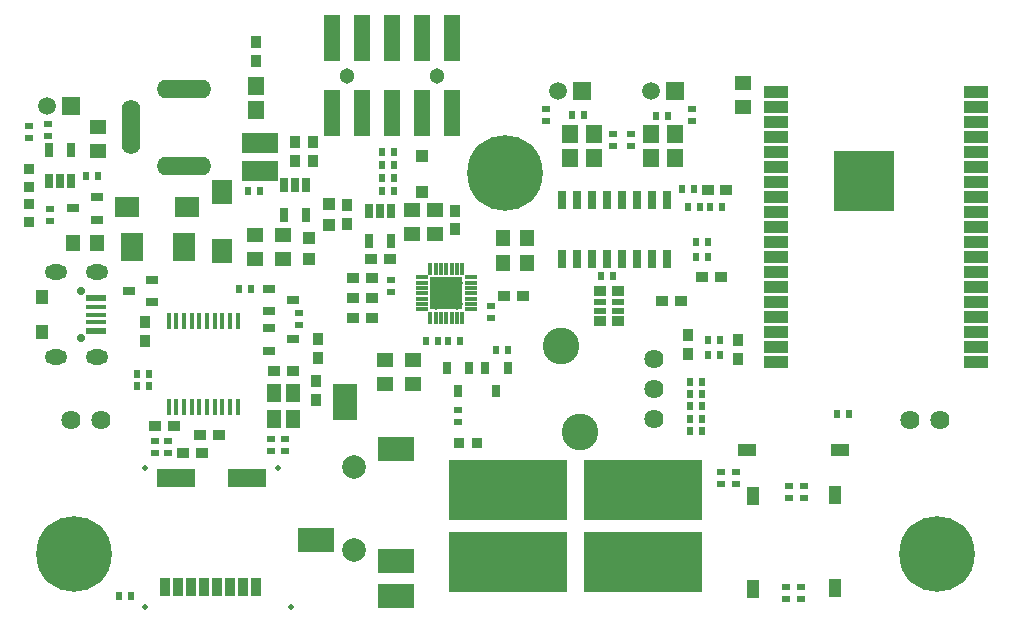
<source format=gbr>
G04 #@! TF.GenerationSoftware,KiCad,Pcbnew,6.0.0-unknown-3514473~86~ubuntu18.04.1*
G04 #@! TF.CreationDate,2019-07-31T16:13:07+03:00*
G04 #@! TF.ProjectId,ESP32-ADF_Rev_C,45535033-322d-4414-9446-5f5265765f43,rev?*
G04 #@! TF.SameCoordinates,Original*
G04 #@! TF.FileFunction,Soldermask,Top*
G04 #@! TF.FilePolarity,Negative*
%FSLAX46Y46*%
G04 Gerber Fmt 4.6, Leading zero omitted, Abs format (unit mm)*
G04 Created by KiCad (PCBNEW 6.0.0-unknown-3514473~86~ubuntu18.04.1) date 2019-07-31 16:13:07*
%MOMM*%
%LPD*%
G04 APERTURE LIST*
%ADD10R,0.901600X1.001600*%
%ADD11R,3.201600X1.601600*%
%ADD12C,0.501600*%
%ADD13R,0.901600X1.601600*%
%ADD14R,0.651600X0.601600*%
%ADD15R,0.601600X0.651600*%
%ADD16R,1.001600X0.901600*%
%ADD17R,1.371600X1.151600*%
%ADD18R,1.151600X1.371600*%
%ADD19R,0.801600X1.001600*%
%ADD20R,1.001600X0.801600*%
%ADD21R,1.301600X1.501600*%
%ADD22R,1.051600X1.051600*%
%ADD23R,0.771600X1.551600*%
%ADD24R,1.117600X1.117600*%
%ADD25R,1.371600X3.911600*%
%ADD26C,1.301600*%
%ADD27O,1.601600X4.601600*%
%ADD28O,4.601600X1.601600*%
%ADD29R,2.101600X1.001600*%
%ADD30R,5.101600X5.101600*%
%ADD31C,2.101600*%
%ADD32R,1.625600X1.117600*%
%ADD33C,3.101600*%
%ADD34C,1.625600*%
%ADD35R,1.501600X1.501600*%
%ADD36C,1.501600*%
%ADD37C,6.401600*%
%ADD38R,1.117600X1.625600*%
%ADD39R,1.371600X1.625600*%
%ADD40R,0.651600X1.301600*%
%ADD41C,2.001600*%
%ADD42R,3.101600X2.101600*%
%ADD43R,2.101600X3.101600*%
%ADD44R,0.901600X0.901600*%
%ADD45R,1.879600X2.387600*%
%ADD46R,2.101600X1.801600*%
%ADD47R,1.801600X2.101600*%
%ADD48R,3.101600X1.701600*%
%ADD49R,0.426600X1.371600*%
%ADD50R,1.001600X0.301600*%
%ADD51R,0.301600X1.001600*%
%ADD52C,1.701600*%
%ADD53C,0.991600*%
%ADD54R,2.801600X2.801600*%
%ADD55R,1.751600X0.601600*%
%ADD56R,1.751600X0.426600*%
%ADD57C,0.701600*%
%ADD58R,1.101600X1.201600*%
%ADD59O,1.901600X1.301600*%
%ADD60R,10.101600X5.101600*%
%ADD61R,1.117600X0.609600*%
%ADD62R,1.117600X0.863600*%
G04 APERTURE END LIST*
D10*
X92250260Y-50894080D03*
X92250260Y-52494080D03*
D11*
X74650000Y-73500000D03*
X68590000Y-73500000D03*
D12*
X65960000Y-84470000D03*
X65960000Y-72670000D03*
X77230000Y-72670000D03*
X78320000Y-84470000D03*
D13*
X67650000Y-82750000D03*
X68750000Y-82750000D03*
X69850000Y-82750000D03*
X70950000Y-82750000D03*
X72050000Y-82750000D03*
X73150000Y-82750000D03*
X74250000Y-82750000D03*
X75350000Y-82750000D03*
D14*
X76650000Y-71208000D03*
X76650000Y-70192000D03*
D15*
X64808000Y-83500000D03*
X63792000Y-83500000D03*
D14*
X77850000Y-71208000D03*
X77850000Y-70192000D03*
D10*
X80650000Y-63400000D03*
X80650000Y-61800000D03*
X75400000Y-38200000D03*
X75400000Y-36600000D03*
X80233520Y-46654620D03*
X80233520Y-45054620D03*
X78709520Y-46667320D03*
X78709520Y-45067320D03*
X83100000Y-52000000D03*
X83100000Y-50400000D03*
D16*
X85100000Y-55000000D03*
X86700000Y-55000000D03*
X83600000Y-60006500D03*
X85200000Y-60006500D03*
X83600000Y-58306500D03*
X85200000Y-58306500D03*
X97995640Y-58150760D03*
X96395640Y-58150760D03*
X83591500Y-56562500D03*
X85191500Y-56562500D03*
D10*
X111993680Y-61468100D03*
X111993680Y-63068100D03*
D16*
X68450000Y-69150000D03*
X66850000Y-69150000D03*
X78500000Y-64450000D03*
X76900000Y-64450000D03*
D10*
X80450000Y-65350000D03*
X80450000Y-66950000D03*
D16*
X72250000Y-69900000D03*
X70650000Y-69900000D03*
D10*
X65976500Y-60350500D03*
X65976500Y-61950500D03*
X116200000Y-63461000D03*
X116200000Y-61861000D03*
D16*
X70800000Y-71400000D03*
X69200000Y-71400000D03*
X114730000Y-56496000D03*
X113130000Y-56496000D03*
X115211760Y-49110900D03*
X113611760Y-49110900D03*
X111353500Y-58547000D03*
X109753500Y-58547000D03*
D17*
X116583460Y-40083740D03*
X116583460Y-42115740D03*
D18*
X59884000Y-53600000D03*
X61916000Y-53600000D03*
D17*
X62000000Y-43784000D03*
X62000000Y-45816000D03*
X75300000Y-55016000D03*
X75300000Y-52984000D03*
X77700000Y-55016000D03*
X77700000Y-52984000D03*
X88623140Y-50807620D03*
X88623140Y-52839620D03*
X90563700Y-50825400D03*
X90563700Y-52857400D03*
X88700000Y-63584000D03*
X88700000Y-65616000D03*
X86300000Y-63584000D03*
X86300000Y-65616000D03*
D18*
X96277000Y-55353000D03*
X98309000Y-55353000D03*
X96277000Y-53250000D03*
X98309000Y-53250000D03*
D19*
X96677520Y-64204340D03*
X94777520Y-64204340D03*
X95727520Y-66204340D03*
D20*
X61900000Y-51650000D03*
X61900000Y-49750000D03*
X59900000Y-50700000D03*
X66600000Y-58650000D03*
X66600000Y-56750000D03*
X64600000Y-57700000D03*
D19*
X93421240Y-64204340D03*
X91521240Y-64204340D03*
X92471240Y-66204340D03*
D20*
X76500000Y-60850000D03*
X76500000Y-62750000D03*
X78500000Y-61800000D03*
X76507440Y-57499960D03*
X76507440Y-59399960D03*
X78507440Y-58449960D03*
D15*
X113835180Y-50586640D03*
X114851180Y-50586640D03*
X111996220Y-50599340D03*
X113012220Y-50599340D03*
D21*
X78500000Y-66300000D03*
X76900000Y-68500000D03*
X78500000Y-68500000D03*
X76900000Y-66300000D03*
D22*
X89451180Y-49347720D03*
X89451180Y-46247720D03*
D23*
X101325680Y-50001400D03*
X102595680Y-50001400D03*
X103865680Y-50001400D03*
X105135680Y-50001400D03*
X106405680Y-50001400D03*
X107675680Y-50001400D03*
X108945680Y-50001400D03*
X110215680Y-50001400D03*
X110215680Y-54951400D03*
X108945680Y-54951400D03*
X107675680Y-54951400D03*
X106405680Y-54951400D03*
X105135680Y-54951400D03*
X103865680Y-54951400D03*
X102595680Y-54951400D03*
X101325680Y-54951400D03*
D24*
X81600000Y-50322000D03*
X81600000Y-52100000D03*
X79900000Y-54989000D03*
X79900000Y-53211000D03*
D25*
X91986100Y-36283900D03*
X91986100Y-42633900D03*
X89446100Y-36283900D03*
X89446100Y-42633900D03*
X86906100Y-36283900D03*
X86906100Y-42633900D03*
X84366100Y-36283900D03*
X84366100Y-42633900D03*
X81826100Y-36283900D03*
X81826100Y-42633900D03*
D26*
X83096100Y-39458900D03*
X90716100Y-39458900D03*
D27*
X64800000Y-43800000D03*
D28*
X69250000Y-40600000D03*
X69250000Y-47100000D03*
D14*
X112306100Y-43329860D03*
X112306100Y-42313860D03*
X107091480Y-44378880D03*
X107091480Y-45394880D03*
D15*
X112672000Y-53530500D03*
X113688000Y-53530500D03*
D14*
X105610660Y-45405040D03*
X105610660Y-44389040D03*
X99966780Y-42291000D03*
X99966780Y-43307000D03*
X120500000Y-75258000D03*
X120500000Y-74242000D03*
X116000000Y-74008000D03*
X116000000Y-72992000D03*
D15*
X110236000Y-42926000D03*
X109220000Y-42926000D03*
X103124000Y-42799000D03*
X102108000Y-42799000D03*
X112167000Y-69575000D03*
X113183000Y-69575000D03*
X90754200Y-61958220D03*
X89738200Y-61958220D03*
X92659460Y-61954380D03*
X91643460Y-61954380D03*
D14*
X56200000Y-43727000D03*
X56200000Y-44743000D03*
X95300000Y-60008000D03*
X95300000Y-58992000D03*
D15*
X96680020Y-62669420D03*
X95664020Y-62669420D03*
D14*
X57800000Y-43592000D03*
X57800000Y-44608000D03*
X121500000Y-83758000D03*
X121500000Y-82742000D03*
X57900000Y-50792000D03*
X57900000Y-51808000D03*
X86800000Y-57808000D03*
X86800000Y-56792000D03*
D15*
X62008000Y-48000000D03*
X60992000Y-48000000D03*
X87044220Y-45954000D03*
X86028220Y-45954000D03*
X87040720Y-47037500D03*
X86024720Y-47037500D03*
X87040720Y-49196500D03*
X86024720Y-49196500D03*
X87044220Y-48117000D03*
X86028220Y-48117000D03*
X125547120Y-68099940D03*
X124531120Y-68099940D03*
X104592000Y-56450000D03*
X105608000Y-56450000D03*
X113692000Y-63150000D03*
X114708000Y-63150000D03*
D14*
X66850000Y-70392000D03*
X66850000Y-71408000D03*
D15*
X114708000Y-61850000D03*
X113692000Y-61850000D03*
D14*
X67950000Y-71408000D03*
X67950000Y-70392000D03*
D15*
X75758000Y-49250000D03*
X74742000Y-49250000D03*
X113676000Y-54845000D03*
X112660000Y-54845000D03*
X112438180Y-49088040D03*
X111422180Y-49088040D03*
D14*
X120250000Y-83758000D03*
X120250000Y-82742000D03*
D15*
X113179500Y-66413500D03*
X112163500Y-66413500D03*
X65283080Y-65714880D03*
X66299080Y-65714880D03*
X113179500Y-65413500D03*
X112163500Y-65413500D03*
X113179500Y-68513500D03*
X112163500Y-68513500D03*
X113179500Y-67413500D03*
X112163500Y-67413500D03*
X65303400Y-64701420D03*
X66319400Y-64701420D03*
D14*
X78986380Y-60563760D03*
X78986380Y-59547760D03*
D15*
X74942700Y-57513220D03*
X73926700Y-57513220D03*
D14*
X92489020Y-67800220D03*
X92489020Y-68816220D03*
X114750000Y-74008000D03*
X114750000Y-72992000D03*
X121750000Y-75250000D03*
X121750000Y-74234000D03*
D29*
X136368680Y-62444200D03*
X136368680Y-61174200D03*
X136368680Y-59904200D03*
X136368680Y-58634200D03*
X136368680Y-63714200D03*
X119368680Y-63714200D03*
X119368680Y-58634200D03*
X119368680Y-59904200D03*
X119368680Y-61174200D03*
X119368680Y-62444200D03*
X119368680Y-40854200D03*
X119368680Y-42124200D03*
X119368680Y-43394200D03*
X119368680Y-44664200D03*
X119368680Y-45934200D03*
X119368680Y-47204200D03*
X119368680Y-48474200D03*
X119368680Y-49744200D03*
X119368680Y-51014200D03*
X119368680Y-52284200D03*
X119368680Y-53554200D03*
X119368680Y-54824200D03*
X119368680Y-56094200D03*
X119368680Y-57364200D03*
X136368680Y-57364200D03*
X136368680Y-56094200D03*
X136368680Y-54824200D03*
X136368680Y-53554200D03*
X136368680Y-52284200D03*
X136368680Y-51014200D03*
X136368680Y-49744200D03*
X136368680Y-48474200D03*
X136368680Y-47204200D03*
X136368680Y-45934200D03*
X136368680Y-44664200D03*
X136368680Y-43394200D03*
X136368680Y-42124200D03*
X136368680Y-40854200D03*
D30*
X126868680Y-48364200D03*
D31*
X126868680Y-48364200D03*
D32*
X116963000Y-71199000D03*
X124837000Y-71199000D03*
D33*
X101180000Y-62350000D03*
X102780000Y-69650000D03*
D34*
X109080000Y-63460000D03*
X109080000Y-66000000D03*
X109080000Y-68540000D03*
X133270000Y-68595000D03*
X130730000Y-68595000D03*
X62270000Y-68595000D03*
X59730000Y-68595000D03*
D35*
X59682380Y-42014140D03*
D36*
X57670700Y-42016680D03*
D35*
X110825380Y-40798140D03*
D36*
X108813700Y-40800680D03*
D35*
X102951380Y-40798140D03*
D36*
X100939700Y-40800680D03*
D26*
X96500000Y-45337000D03*
X96500000Y-50163000D03*
X94849000Y-49401000D03*
X94722000Y-46099000D03*
X98151000Y-49401000D03*
X98151000Y-46099000D03*
X94087000Y-47750000D03*
X98913000Y-47750000D03*
D37*
X96500000Y-47750000D03*
D38*
X124405025Y-82876340D03*
X124405025Y-75002340D03*
X117500000Y-82891000D03*
X117500000Y-75017000D03*
D39*
X110833000Y-44377000D03*
X110833000Y-46409000D03*
X108801000Y-44377000D03*
X108801000Y-46409000D03*
X103959000Y-44377000D03*
X103959000Y-46409000D03*
X101927000Y-44377000D03*
X101927000Y-46409000D03*
X75400000Y-42400000D03*
X75400000Y-40368000D03*
D40*
X86850000Y-50900000D03*
X85900000Y-50900000D03*
X84950000Y-50900000D03*
X86850000Y-53500000D03*
X84950000Y-53500000D03*
X79650000Y-48700000D03*
X78700000Y-48700000D03*
X77750000Y-48700000D03*
X79650000Y-51300000D03*
X77750000Y-51300000D03*
X57850000Y-48400000D03*
X58800000Y-48400000D03*
X59750000Y-48400000D03*
X57850000Y-45800000D03*
X59750000Y-45800000D03*
D41*
X83700000Y-72600000D03*
X83700000Y-79600000D03*
D42*
X87200000Y-80600000D03*
D43*
X82900000Y-67100000D03*
D42*
X80500000Y-78800000D03*
X87200000Y-71100000D03*
X87200000Y-83500000D03*
D44*
X56200000Y-51862000D03*
X56200000Y-50338000D03*
X92527120Y-70563740D03*
X94051120Y-70563740D03*
D45*
X69277000Y-54000000D03*
X64923000Y-54000000D03*
D46*
X64500000Y-50600000D03*
X69500000Y-50600000D03*
D47*
X72500000Y-54300000D03*
X72500000Y-49300000D03*
D48*
X75727560Y-45165160D03*
X75727560Y-47565160D03*
D26*
X60000000Y-77587000D03*
X60000000Y-82413000D03*
X58349000Y-81651000D03*
X58222000Y-78349000D03*
X61651000Y-81651000D03*
X61651000Y-78349000D03*
X57587000Y-80000000D03*
X62413000Y-80000000D03*
D37*
X60000000Y-80000000D03*
D26*
X133000000Y-77587000D03*
X133000000Y-82413000D03*
X131349000Y-81651000D03*
X131222000Y-78349000D03*
X134651000Y-81651000D03*
X134651000Y-78349000D03*
X130587000Y-80000000D03*
X135413000Y-80000000D03*
D37*
X133000000Y-80000000D03*
D44*
X56200000Y-47338000D03*
X56200000Y-48862000D03*
D49*
X67975000Y-67519500D03*
X68625000Y-67519500D03*
X69275000Y-67519500D03*
X69925000Y-67519500D03*
X70575000Y-67519500D03*
X71225000Y-67519500D03*
X71875000Y-67519500D03*
X72525000Y-67519500D03*
X73175000Y-67519500D03*
X73825000Y-67519500D03*
X73825000Y-60280500D03*
X73175000Y-60280500D03*
X72525000Y-60280500D03*
X71875000Y-60280500D03*
X71225000Y-60280500D03*
X70575000Y-60280500D03*
X69925000Y-60280500D03*
X69275000Y-60280500D03*
X68625000Y-60280500D03*
X67975000Y-60280500D03*
D50*
X93583820Y-59250000D03*
X93583820Y-58800000D03*
X93583820Y-58350000D03*
X93583820Y-57900000D03*
X93583820Y-57450000D03*
X93583820Y-57000000D03*
X93583820Y-56550000D03*
D51*
X92850000Y-55816180D03*
X92400000Y-55816180D03*
X91950000Y-55816180D03*
X91500000Y-55816180D03*
X91050000Y-55816180D03*
X90600000Y-55816180D03*
X90150000Y-55816180D03*
D50*
X89416180Y-56550000D03*
X89416180Y-57000000D03*
X89416180Y-57450000D03*
X89416180Y-57900000D03*
X89416180Y-58350000D03*
X89416180Y-58800000D03*
X89416180Y-59250000D03*
D51*
X90150000Y-59983820D03*
X90600000Y-59983820D03*
X91050000Y-59983820D03*
X91500000Y-59983820D03*
X91950000Y-59983820D03*
X92400000Y-59983820D03*
X92850000Y-59983820D03*
D52*
X91500000Y-57900000D03*
D53*
X92400000Y-58800000D03*
X92400000Y-57000000D03*
X90600000Y-58800000D03*
X90600000Y-57000000D03*
D54*
X91500000Y-57900000D03*
D55*
X61824000Y-58312500D03*
D56*
X61824000Y-59050000D03*
X61824000Y-59700000D03*
X61824000Y-60350000D03*
D55*
X61824000Y-61087500D03*
D57*
X60574000Y-57700000D03*
X60574000Y-61700000D03*
D58*
X57274000Y-58200000D03*
X57274000Y-61200000D03*
D59*
X58424000Y-56100000D03*
X61894000Y-56100000D03*
X61894000Y-63300000D03*
X58424000Y-63300000D03*
D60*
X96734025Y-80625000D03*
X96734025Y-74539339D03*
X108184025Y-80625000D03*
X108184025Y-74525000D03*
D61*
X106067860Y-58610500D03*
X106067860Y-59372500D03*
X104543860Y-58610500D03*
X104543860Y-59372500D03*
D62*
X106067860Y-57721500D03*
X104543860Y-57721500D03*
X106067860Y-60261500D03*
X104543860Y-60261500D03*
M02*

</source>
